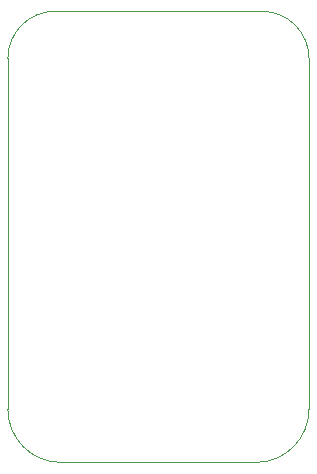
<source format=gbr>
%TF.GenerationSoftware,KiCad,Pcbnew,9.0.4*%
%TF.CreationDate,2025-11-28T03:43:33-08:00*%
%TF.ProjectId,ATmega32u4_Dev,41546d65-6761-4333-9275-345f4465762e,rev?*%
%TF.SameCoordinates,Original*%
%TF.FileFunction,Profile,NP*%
%FSLAX46Y46*%
G04 Gerber Fmt 4.6, Leading zero omitted, Abs format (unit mm)*
G04 Created by KiCad (PCBNEW 9.0.4) date 2025-11-28 03:43:33*
%MOMM*%
%LPD*%
G01*
G04 APERTURE LIST*
%TA.AperFunction,Profile*%
%ADD10C,0.050000*%
%TD*%
G04 APERTURE END LIST*
D10*
X171750000Y-113650000D02*
X171750000Y-83950000D01*
X150750000Y-118150000D02*
G75*
G02*
X146250000Y-113650000I0J4500000D01*
G01*
X171750000Y-113650000D02*
G75*
G02*
X167250000Y-118150000I-4500000J0D01*
G01*
X150250000Y-79950000D02*
X167750000Y-79950000D01*
X167750000Y-79950000D02*
G75*
G02*
X171750000Y-83950000I0J-4000000D01*
G01*
X167250000Y-118150000D02*
X150750000Y-118150000D01*
X146250000Y-83950000D02*
G75*
G02*
X150250000Y-79950000I4000000J0D01*
G01*
X146250000Y-113650000D02*
X146250000Y-83950000D01*
M02*

</source>
